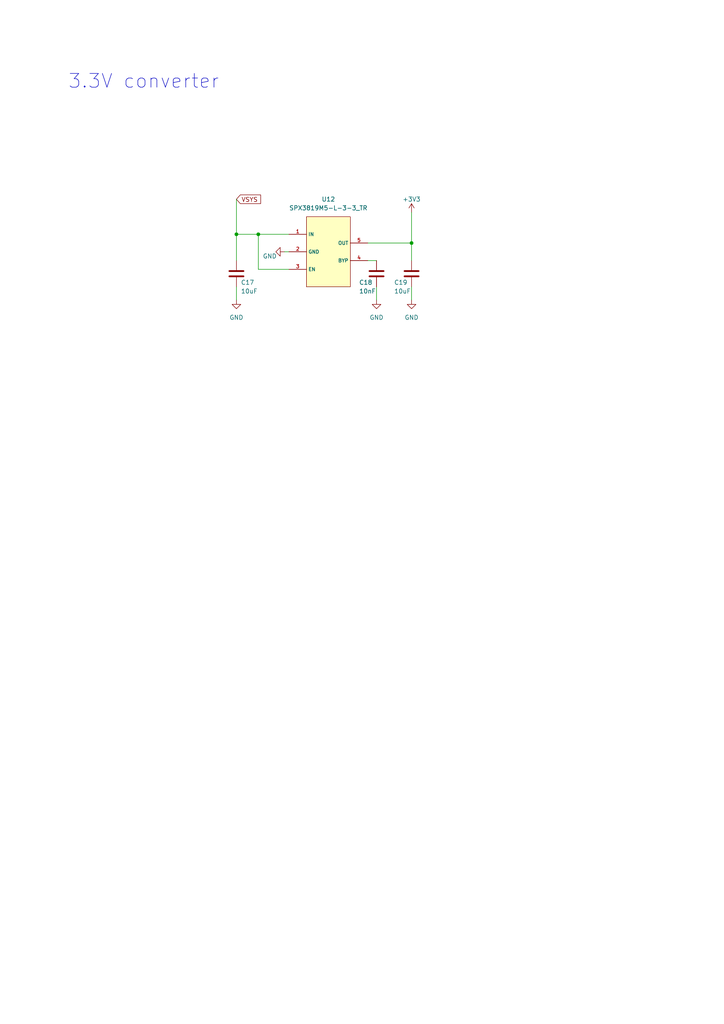
<source format=kicad_sch>
(kicad_sch (version 20230121) (generator eeschema)
  (paper "A4" portrait)
  (lib_symbols
    (symbol "Device:10uF 0603" (pin_numbers hide) (pin_names (offset 0.254))
      (property "Reference" "C" (at 0.635 2.54 0))
      (property "Value" "10uF 0603" (at 0.635 -2.54 0))
      (symbol "10uF 0603_0_1"
        (polyline (pts (xy -2.032 -0.762) (xy 2.032 -0.762)) (stroke (width 0.508)))
        (polyline (pts (xy -2.032 0.762) (xy 2.032 0.762)) (stroke (width 0.508)))
      )
      (symbol "10uF 0603_1_1"
        (pin passive line (at 0 3.81 270) (length 2.794) (name "~") (number "1"))
        (pin passive line (at 0 -3.81 90) (length 2.794) (name "~") (number "2"))
      )
    )
    (symbol "MyParts:SPX3819M5-L-3-3_TR"
      (property "Reference" "U" (at 0 1.27 0))
      (property "Value" "SPX3819M5-L-3-3_TR" (at 0 -2.54 0))
      (symbol "SPX3819M5-L-3-3_TR_0_0"
        (rectangle (start -5.08 -5.08) (end 7.62 -25.4) (fill (type background)))
        (pin unspecified line (at -10.16 -10.16 0) (length 5.08) (name "IN") (number "1"))
        (pin unspecified line (at -10.16 -15.24 0) (length 5.08) (name "GND") (number "2"))
        (pin unspecified line (at -10.16 -20.32 0) (length 5.08) (name "EN") (number "3"))
        (pin unspecified line (at 12.7 -17.78 180) (length 5.08) (name "BYP") (number "4"))
        (pin unspecified line (at 12.7 -12.7 180) (length 5.08) (name "OUT") (number "5"))
      )
    )
    (symbol "power:+3.3V" (power) (pin_names (offset 0))
      (property "Value" "+3.3V" (at 0 3.556 0))
      (symbol "+3.3V_0_1"
        (polyline (pts (xy -0.762 1.27) (xy 0 2.54)))
        (polyline (pts (xy 0 0) (xy 0 2.54)))
        (polyline (pts (xy 0 2.54) (xy 0.762 1.27)))
      )
      (symbol "+3.3V_1_1"
        (pin power_in line (at 0 0 90) (length 0) hide (name "+3V3") (number "1"))
      )
    )
    (symbol "power:GND" (power) (pin_names (offset 0))
      (property "Value" "GND" (at 0 -3.81 0))
      (symbol "GND_0_1"
        (polyline (pts (xy 0 0) (xy 0 -1.27) (xy 1.27 -1.27) (xy 0 -2.54) (xy -1.27 -1.27) (xy 0 -1.27)))
      )
      (symbol "GND_1_1"
        (pin power_in line (at 0 0 270) (length 0) hide (name "GND") (number "1"))
      )
    )
  )
  (junction (at 119.38 70.485))
  (junction (at 74.93 67.945))
  (junction (at 68.58 67.945))
  (wire (pts (xy 106.68 70.485) (xy 119.38 70.485)))
  (wire (pts (xy 119.38 70.485) (xy 119.38 75.565)))
  (wire (pts (xy 109.22 83.185) (xy 109.22 86.995)))
  (wire (pts (xy 68.58 57.785) (xy 68.58 67.945)))
  (wire (pts (xy 68.58 75.565) (xy 68.58 67.945)))
  (wire (pts (xy 74.93 67.945) (xy 83.82 67.945)))
  (wire (pts (xy 82.55 73.025) (xy 83.82 73.025)))
  (wire (pts (xy 74.93 78.105) (xy 74.93 67.945)))
  (wire (pts (xy 68.58 83.185) (xy 68.58 86.995)))
  (wire (pts (xy 68.58 67.945) (xy 74.93 67.945)))
  (wire (pts (xy 119.38 83.185) (xy 119.38 86.995)))
  (wire (pts (xy 106.68 75.565) (xy 109.22 75.565)))
  (wire (pts (xy 83.82 78.105) (xy 74.93 78.105)))
  (wire (pts (xy 119.38 61.595) (xy 119.38 70.485)))
  (text "3.3V converter" (at 19.685 26.035 0) (effects (font (size 4 4)) (justify left bottom)))
  (global_label "VSYS" (shape input) (at 68.58 57.785 0) (property "Intersheetrefs" "${INTERSHEET_REFS}" (effects hide)))
  (symbol (lib_id "power:GND") (at 109.22 86.995 0) (unit 1)
    (property "Reference" "#PWR0114" (effects hide))
    (property "Value" "GND" (at 109.22 92.075 0))
  )
  (symbol (lib_id "Device:10uF 0603") (at 119.38 79.375 180) (unit 1)
    (property "Reference" "C19" (at 114.3 81.915 0) (effects (justify right)))
    (property "Value" "10uF" (at 114.3 84.455 0) (effects (justify right)))
    (property "Footprint" "Capacitor_SMD:C_0603_1608Metric" (effects hide))
    (property "LCSC #" "C96446" (effects hide))
  )
  (symbol (lib_id "power:GND") (at 82.55 73.025 270) (unit 1)
    (property "Reference" "#PWR0107" (effects hide))
    (property "Value" "GND" (at 76.2 74.295 90) (effects (justify left)))
  )
  (symbol (lib_id "MyParts:SPX3819M5-L-3-3_TR") (at 93.98 57.785 0) (unit 1)
    (property "Reference" "U12" (at 95.25 57.785 0))
    (property "Value" "SPX3819M5-L-3-3_TR" (at 95.25 60.325 0))
    (property "Footprint" "footprint:SOT-23-5_L3.0-W1.7-P0.95-LS2.8-BR" (effects hide))
    (property "Datasheet" "https://item.szlcsc.com/236104.html" (effects hide))
    (property "LCSC #" "C9055" (effects hide))
  )
  (symbol (lib_id "power:+3.3V") (at 119.38 61.595 0) (unit 1)
    (property "Reference" "#PWR0113" (effects hide))
    (property "Value" "+3.3V" (at 119.38 57.785 0))
  )
  (symbol (lib_id "power:GND") (at 119.38 86.995 0) (unit 1)
    (property "Reference" "#PWR0115" (effects hide))
    (property "Value" "GND" (at 119.38 92.075 0))
  )
  (symbol (lib_id "Device:10uF 0603") (at 68.58 79.375 180) (unit 1)
    (property "Reference" "C17" (at 69.85 81.915 0) (effects (justify right)))
    (property "Value" "10uF" (at 69.85 84.455 0) (effects (justify right)))
    (property "Footprint" "Capacitor_SMD:C_0603_1608Metric" (effects hide))
    (property "LCSC #" "C96446" (effects hide))
  )
  (symbol (lib_id "Device:10uF 0603") (at 109.22 79.375 180) (unit 1)
    (property "Reference" "C18" (at 104.14 81.915 0) (effects (justify right)))
    (property "Value" "10nF" (at 104.14 84.455 0) (effects (justify right)))
    (property "Footprint" "Capacitor_SMD:C_0402_1005Metric" (effects hide))
    (property "LCSC #" "C15195" (effects hide))
  )
  (symbol (lib_id "power:GND") (at 68.58 86.995 0) (unit 1)
    (property "Reference" "#PWR0108" (effects hide))
    (property "Value" "GND" (at 68.58 92.075 0))
  )
)
</source>
